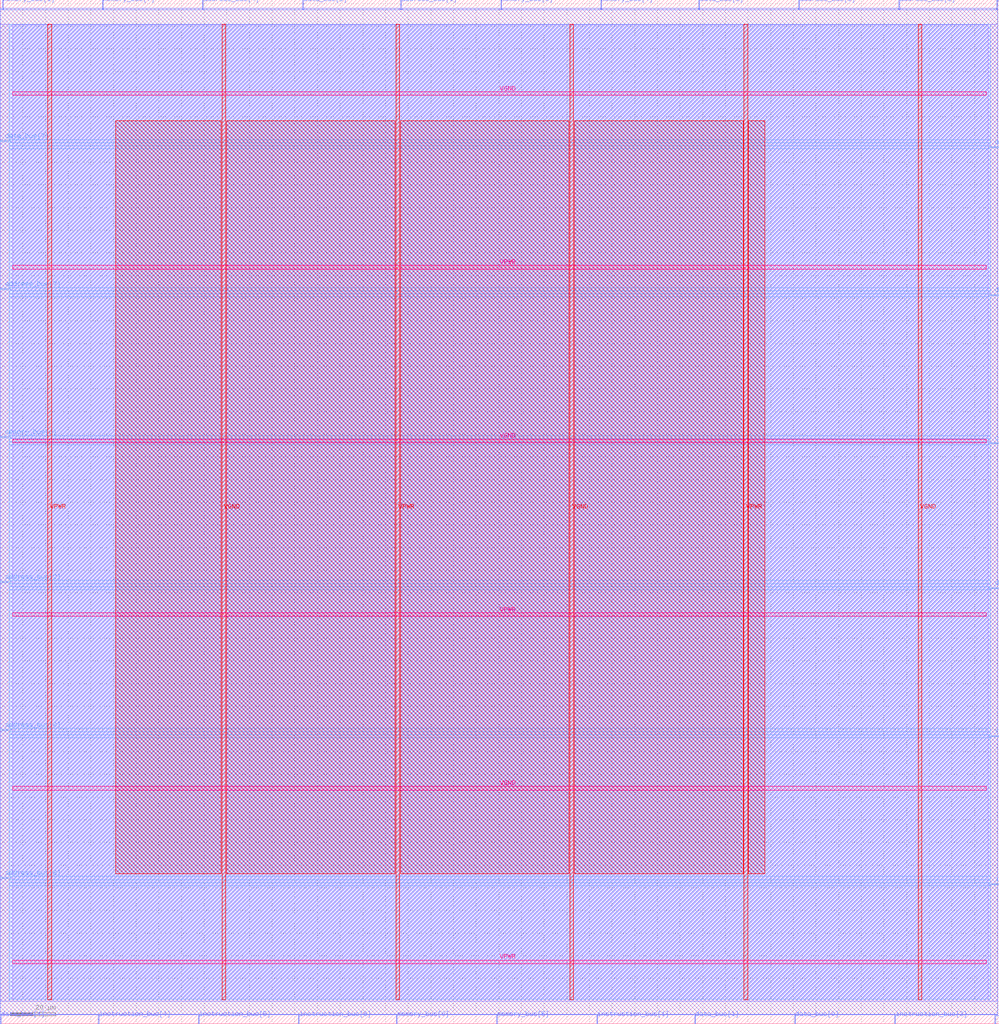
<source format=lef>
VERSION 5.7 ;
  NOWIREEXTENSIONATPIN ON ;
  DIVIDERCHAR "/" ;
  BUSBITCHARS "[]" ;
MACRO RISC_SPM
  CLASS BLOCK ;
  FOREIGN RISC_SPM ;
  ORIGIN 0.000 0.000 ;
  SIZE 440.850 BY 451.570 ;
  PIN VGND
    DIRECTION INPUT ;
    USE GROUND ;
    PORT
      LAYER met5 ;
        RECT 5.520 103.080 435.160 104.680 ;
    END
    PORT
      LAYER met5 ;
        RECT 5.520 256.260 435.160 257.860 ;
    END
    PORT
      LAYER met5 ;
        RECT 5.520 409.440 435.160 411.040 ;
    END
    PORT
      LAYER met4 ;
        RECT 97.840 10.640 99.440 440.880 ;
    END
    PORT
      LAYER met4 ;
        RECT 251.440 10.640 253.040 440.880 ;
    END
    PORT
      LAYER met4 ;
        RECT 405.040 10.640 406.640 440.880 ;
    END
  END VGND
  PIN VPWR
    DIRECTION INPUT ;
    USE POWER ;
    PORT
      LAYER met5 ;
        RECT 5.520 26.490 435.160 28.090 ;
    END
    PORT
      LAYER met5 ;
        RECT 5.520 179.670 435.160 181.270 ;
    END
    PORT
      LAYER met5 ;
        RECT 5.520 332.850 435.160 334.450 ;
    END
    PORT
      LAYER met4 ;
        RECT 21.040 10.640 22.640 440.880 ;
    END
    PORT
      LAYER met4 ;
        RECT 174.640 10.640 176.240 440.880 ;
    END
    PORT
      LAYER met4 ;
        RECT 328.240 10.640 329.840 440.880 ;
    END
  END VPWR
  PIN address_bus[0]
    DIRECTION OUTPUT TRISTATE ;
    USE SIGNAL ;
    PORT
      LAYER met3 ;
        RECT 0.000 129.240 4.000 129.840 ;
    END
  END address_bus[0]
  PIN address_bus[1]
    DIRECTION OUTPUT TRISTATE ;
    USE SIGNAL ;
    PORT
      LAYER met2 ;
        RECT 176.730 447.570 177.010 451.570 ;
    END
  END address_bus[1]
  PIN address_bus[2]
    DIRECTION OUTPUT TRISTATE ;
    USE SIGNAL ;
    PORT
      LAYER met3 ;
        RECT 0.000 194.520 4.000 195.120 ;
    END
  END address_bus[2]
  PIN address_bus[3]
    DIRECTION OUTPUT TRISTATE ;
    USE SIGNAL ;
    PORT
      LAYER met2 ;
        RECT 396.610 447.570 396.890 451.570 ;
    END
  END address_bus[3]
  PIN address_bus[4]
    DIRECTION OUTPUT TRISTATE ;
    USE SIGNAL ;
    PORT
      LAYER met2 ;
        RECT 89.330 447.570 89.610 451.570 ;
    END
  END address_bus[4]
  PIN address_bus[5]
    DIRECTION OUTPUT TRISTATE ;
    USE SIGNAL ;
    PORT
      LAYER met2 ;
        RECT 352.450 447.570 352.730 451.570 ;
    END
  END address_bus[5]
  PIN address_bus[6]
    DIRECTION OUTPUT TRISTATE ;
    USE SIGNAL ;
    PORT
      LAYER met3 ;
        RECT 0.000 63.960 4.000 64.560 ;
    END
  END address_bus[6]
  PIN address_bus[7]
    DIRECTION OUTPUT TRISTATE ;
    USE SIGNAL ;
    PORT
      LAYER met3 ;
        RECT 0.000 323.720 4.000 324.320 ;
    END
  END address_bus[7]
  PIN clk
    DIRECTION INPUT ;
    USE SIGNAL ;
    PORT
      LAYER met3 ;
        RECT 436.850 255.720 440.850 256.320 ;
    END
  END clk
  PIN data_bus[0]
    DIRECTION OUTPUT TRISTATE ;
    USE SIGNAL ;
    PORT
      LAYER met2 ;
        RECT 350.610 0.000 350.890 4.000 ;
    END
  END data_bus[0]
  PIN data_bus[1]
    DIRECTION OUTPUT TRISTATE ;
    USE SIGNAL ;
    PORT
      LAYER met2 ;
        RECT 306.450 0.000 306.730 4.000 ;
    END
  END data_bus[1]
  PIN data_bus[2]
    DIRECTION OUTPUT TRISTATE ;
    USE SIGNAL ;
    PORT
      LAYER met3 ;
        RECT 436.850 321.000 440.850 321.600 ;
    END
  END data_bus[2]
  PIN data_bus[3]
    DIRECTION OUTPUT TRISTATE ;
    USE SIGNAL ;
    PORT
      LAYER met3 ;
        RECT 436.850 191.800 440.850 192.400 ;
    END
  END data_bus[3]
  PIN data_bus[4]
    DIRECTION OUTPUT TRISTATE ;
    USE SIGNAL ;
    PORT
      LAYER met2 ;
        RECT 0.090 0.000 0.370 4.000 ;
    END
  END data_bus[4]
  PIN data_bus[5]
    DIRECTION OUTPUT TRISTATE ;
    USE SIGNAL ;
    PORT
      LAYER met2 ;
        RECT 308.290 447.570 308.570 451.570 ;
    END
  END data_bus[5]
  PIN data_bus[6]
    DIRECTION OUTPUT TRISTATE ;
    USE SIGNAL ;
    PORT
      LAYER met2 ;
        RECT 133.490 447.570 133.770 451.570 ;
    END
  END data_bus[6]
  PIN data_bus[7]
    DIRECTION OUTPUT TRISTATE ;
    USE SIGNAL ;
    PORT
      LAYER met3 ;
        RECT 0.000 389.000 4.000 389.600 ;
    END
  END data_bus[7]
  PIN instruction_bus[0]
    DIRECTION OUTPUT TRISTATE ;
    USE SIGNAL ;
    PORT
      LAYER met2 ;
        RECT 438.930 0.000 439.210 4.000 ;
    END
  END instruction_bus[0]
  PIN instruction_bus[1]
    DIRECTION OUTPUT TRISTATE ;
    USE SIGNAL ;
    PORT
      LAYER met2 ;
        RECT 263.210 0.000 263.490 4.000 ;
    END
  END instruction_bus[1]
  PIN instruction_bus[2]
    DIRECTION OUTPUT TRISTATE ;
    USE SIGNAL ;
    PORT
      LAYER met2 ;
        RECT 439.850 447.570 440.130 451.570 ;
    END
  END instruction_bus[2]
  PIN instruction_bus[3]
    DIRECTION OUTPUT TRISTATE ;
    USE SIGNAL ;
    PORT
      LAYER met2 ;
        RECT 394.770 0.000 395.050 4.000 ;
    END
  END instruction_bus[3]
  PIN instruction_bus[4]
    DIRECTION OUTPUT TRISTATE ;
    USE SIGNAL ;
    PORT
      LAYER met2 ;
        RECT 43.330 0.000 43.610 4.000 ;
    END
  END instruction_bus[4]
  PIN instruction_bus[5]
    DIRECTION OUTPUT TRISTATE ;
    USE SIGNAL ;
    PORT
      LAYER met2 ;
        RECT 87.490 0.000 87.770 4.000 ;
    END
  END instruction_bus[5]
  PIN instruction_bus[6]
    DIRECTION OUTPUT TRISTATE ;
    USE SIGNAL ;
    PORT
      LAYER met2 ;
        RECT 131.650 0.000 131.930 4.000 ;
    END
  END instruction_bus[6]
  PIN instruction_bus[7]
    DIRECTION OUTPUT TRISTATE ;
    USE SIGNAL ;
    PORT
      LAYER met3 ;
        RECT 436.850 61.240 440.850 61.840 ;
    END
  END instruction_bus[7]
  PIN memory_bus[0]
    DIRECTION OUTPUT TRISTATE ;
    USE SIGNAL ;
    PORT
      LAYER met2 ;
        RECT 174.890 0.000 175.170 4.000 ;
    END
  END memory_bus[0]
  PIN memory_bus[1]
    DIRECTION OUTPUT TRISTATE ;
    USE SIGNAL ;
    PORT
      LAYER met2 ;
        RECT 1.010 447.570 1.290 451.570 ;
    END
  END memory_bus[1]
  PIN memory_bus[2]
    DIRECTION OUTPUT TRISTATE ;
    USE SIGNAL ;
    PORT
      LAYER met3 ;
        RECT 436.850 386.280 440.850 386.880 ;
    END
  END memory_bus[2]
  PIN memory_bus[3]
    DIRECTION OUTPUT TRISTATE ;
    USE SIGNAL ;
    PORT
      LAYER met2 ;
        RECT 220.890 447.570 221.170 451.570 ;
    END
  END memory_bus[3]
  PIN memory_bus[4]
    DIRECTION OUTPUT TRISTATE ;
    USE SIGNAL ;
    PORT
      LAYER met2 ;
        RECT 265.050 447.570 265.330 451.570 ;
    END
  END memory_bus[4]
  PIN memory_bus[5]
    DIRECTION OUTPUT TRISTATE ;
    USE SIGNAL ;
    PORT
      LAYER met2 ;
        RECT 219.050 0.000 219.330 4.000 ;
    END
  END memory_bus[5]
  PIN memory_bus[6]
    DIRECTION OUTPUT TRISTATE ;
    USE SIGNAL ;
    PORT
      LAYER met3 ;
        RECT 0.000 258.440 4.000 259.040 ;
    END
  END memory_bus[6]
  PIN memory_bus[7]
    DIRECTION OUTPUT TRISTATE ;
    USE SIGNAL ;
    PORT
      LAYER met2 ;
        RECT 45.170 447.570 45.450 451.570 ;
    END
  END memory_bus[7]
  PIN rst
    DIRECTION INPUT ;
    USE SIGNAL ;
    PORT
      LAYER met3 ;
        RECT 436.850 126.520 440.850 127.120 ;
    END
  END rst
  OBS
      LAYER li1 ;
        RECT 5.520 10.795 435.935 440.725 ;
      LAYER met1 ;
        RECT 0.070 9.900 440.150 440.880 ;
      LAYER met2 ;
        RECT 0.100 447.290 0.730 447.850 ;
        RECT 1.570 447.290 44.890 447.850 ;
        RECT 45.730 447.290 89.050 447.850 ;
        RECT 89.890 447.290 133.210 447.850 ;
        RECT 134.050 447.290 176.450 447.850 ;
        RECT 177.290 447.290 220.610 447.850 ;
        RECT 221.450 447.290 264.770 447.850 ;
        RECT 265.610 447.290 308.010 447.850 ;
        RECT 308.850 447.290 352.170 447.850 ;
        RECT 353.010 447.290 396.330 447.850 ;
        RECT 397.170 447.290 439.570 447.850 ;
        RECT 0.100 4.280 440.120 447.290 ;
        RECT 0.650 4.000 43.050 4.280 ;
        RECT 43.890 4.000 87.210 4.280 ;
        RECT 88.050 4.000 131.370 4.280 ;
        RECT 132.210 4.000 174.610 4.280 ;
        RECT 175.450 4.000 218.770 4.280 ;
        RECT 219.610 4.000 262.930 4.280 ;
        RECT 263.770 4.000 306.170 4.280 ;
        RECT 307.010 4.000 350.330 4.280 ;
        RECT 351.170 4.000 394.490 4.280 ;
        RECT 395.330 4.000 438.650 4.280 ;
        RECT 439.490 4.000 440.120 4.280 ;
      LAYER met3 ;
        RECT 4.000 390.000 436.850 440.805 ;
        RECT 4.400 388.600 436.850 390.000 ;
        RECT 4.000 387.280 436.850 388.600 ;
        RECT 4.000 385.880 436.450 387.280 ;
        RECT 4.000 324.720 436.850 385.880 ;
        RECT 4.400 323.320 436.850 324.720 ;
        RECT 4.000 322.000 436.850 323.320 ;
        RECT 4.000 320.600 436.450 322.000 ;
        RECT 4.000 259.440 436.850 320.600 ;
        RECT 4.400 258.040 436.850 259.440 ;
        RECT 4.000 256.720 436.850 258.040 ;
        RECT 4.000 255.320 436.450 256.720 ;
        RECT 4.000 195.520 436.850 255.320 ;
        RECT 4.400 194.120 436.850 195.520 ;
        RECT 4.000 192.800 436.850 194.120 ;
        RECT 4.000 191.400 436.450 192.800 ;
        RECT 4.000 130.240 436.850 191.400 ;
        RECT 4.400 128.840 436.850 130.240 ;
        RECT 4.000 127.520 436.850 128.840 ;
        RECT 4.000 126.120 436.450 127.520 ;
        RECT 4.000 64.960 436.850 126.120 ;
        RECT 4.400 63.560 436.850 64.960 ;
        RECT 4.000 62.240 436.850 63.560 ;
        RECT 4.000 60.840 436.450 62.240 ;
        RECT 4.000 10.715 436.850 60.840 ;
      LAYER met4 ;
        RECT 50.895 66.135 97.440 398.305 ;
        RECT 99.840 66.135 174.240 398.305 ;
        RECT 176.640 66.135 251.040 398.305 ;
        RECT 253.440 66.135 327.840 398.305 ;
        RECT 330.240 66.135 337.345 398.305 ;
  END
END RISC_SPM
END LIBRARY


</source>
